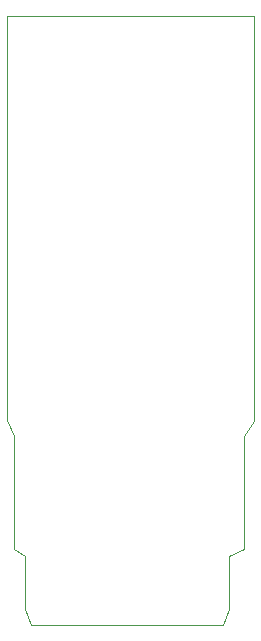
<source format=gbr>
G04 #@! TF.GenerationSoftware,KiCad,Pcbnew,(5.1.9)-1*
G04 #@! TF.CreationDate,2021-03-01T14:16:03+01:00*
G04 #@! TF.ProjectId,button timer v1.2.3_[Coin_Cell&LIPO][TPL5111],62757474-6f6e-4207-9469-6d6572207631,rev?*
G04 #@! TF.SameCoordinates,Original*
G04 #@! TF.FileFunction,Profile,NP*
%FSLAX46Y46*%
G04 Gerber Fmt 4.6, Leading zero omitted, Abs format (unit mm)*
G04 Created by KiCad (PCBNEW (5.1.9)-1) date 2021-03-01 14:16:03*
%MOMM*%
%LPD*%
G01*
G04 APERTURE LIST*
G04 #@! TA.AperFunction,Profile*
%ADD10C,0.100000*%
G04 #@! TD*
G04 #@! TA.AperFunction,Profile*
%ADD11C,0.050000*%
G04 #@! TD*
G04 APERTURE END LIST*
D10*
X131445000Y-50800000D02*
X136525000Y-50800000D01*
X115570000Y-50800000D02*
X131445000Y-50800000D01*
D11*
X133858000Y-102362000D02*
X134366000Y-100965000D01*
X117094000Y-100965000D02*
X117602000Y-102362000D01*
X134366000Y-96520000D02*
X135636000Y-95885000D01*
D10*
X134366000Y-96520000D02*
X134366000Y-100965000D01*
D11*
X136525000Y-85090000D02*
X135636000Y-86360000D01*
D10*
X135636000Y-86360000D02*
X135636000Y-95885000D01*
X136525000Y-80645000D02*
X136525000Y-85090000D01*
X136525000Y-78105000D02*
X136525000Y-80645000D01*
D11*
X116205000Y-95885000D02*
X117094000Y-96520000D01*
D10*
X116205000Y-95885000D02*
X116205000Y-86360000D01*
D11*
X115570000Y-85000000D02*
X116205000Y-86360000D01*
D10*
X115570000Y-85000000D02*
X115570000Y-84000000D01*
X115570000Y-84000000D02*
X115570000Y-50800000D01*
X136525000Y-50800000D02*
X136525000Y-78105000D01*
X117094000Y-100965000D02*
X117094000Y-96520000D01*
X133858000Y-102362000D02*
X117602000Y-102362000D01*
M02*

</source>
